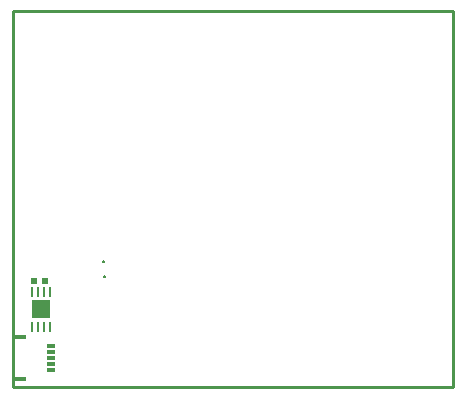
<source format=gtp>
G04*
G04 #@! TF.GenerationSoftware,Altium Limited,Altium Designer,23.6.0 (18)*
G04*
G04 Layer_Color=8421504*
%FSLAX43Y43*%
%MOMM*%
G71*
G04*
G04 #@! TF.SameCoordinates,DE928A5D-79D6-476A-9C63-AE76E7002A25*
G04*
G04*
G04 #@! TF.FilePolarity,Positive*
G04*
G01*
G75*
%ADD10C,0.254*%
%ADD11R,0.249X0.805*%
%ADD12R,1.600X1.600*%
G04:AMPARAMS|DCode=13|XSize=0.254mm|YSize=0.254mm|CornerRadius=0.064mm|HoleSize=0mm|Usage=FLASHONLY|Rotation=0.000|XOffset=0mm|YOffset=0mm|HoleType=Round|Shape=RoundedRectangle|*
%AMROUNDEDRECTD13*
21,1,0.254,0.127,0,0,0.0*
21,1,0.127,0.254,0,0,0.0*
1,1,0.127,0.064,-0.064*
1,1,0.127,-0.064,-0.064*
1,1,0.127,-0.064,0.064*
1,1,0.127,0.064,0.064*
%
%ADD13ROUNDEDRECTD13*%
%ADD14R,0.700X0.300*%
%ADD15R,1.000X0.300*%
%ADD16R,0.510X0.560*%
D10*
X0Y0D02*
X37280D01*
X0Y31820D02*
X37280D01*
Y0D02*
Y31820D01*
X0Y0D02*
Y31820D01*
D11*
X3137Y8021D02*
D03*
X2637D02*
D03*
X2137D02*
D03*
X1636D02*
D03*
Y5118D02*
D03*
X2137D02*
D03*
X2637D02*
D03*
X3137D02*
D03*
D12*
X2387Y6570D02*
D03*
D13*
X7789Y9317D02*
D03*
X7776Y10567D02*
D03*
D14*
X3278Y3443D02*
D03*
Y2943D02*
D03*
Y2443D02*
D03*
Y1943D02*
D03*
Y1443D02*
D03*
D15*
X628Y4233D02*
D03*
Y653D02*
D03*
D16*
X2750Y8950D02*
D03*
X1850D02*
D03*
M02*

</source>
